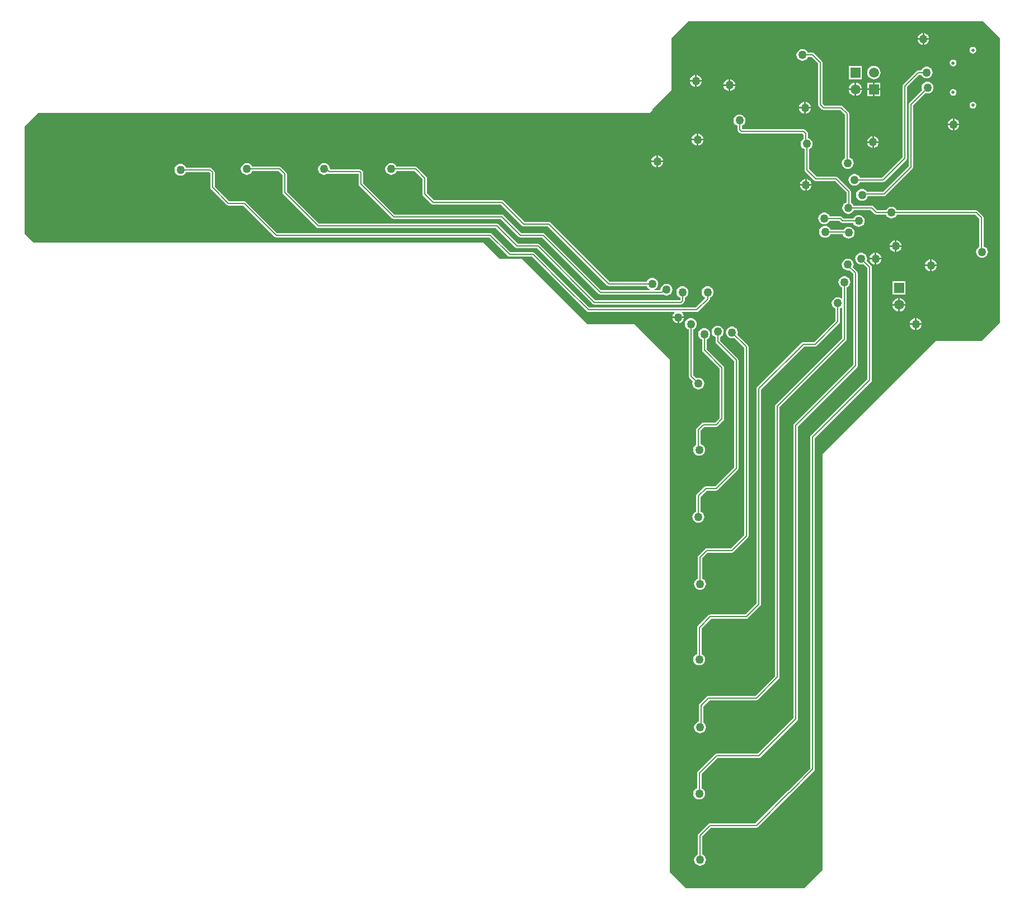
<source format=gbl>
G04*
G04 #@! TF.GenerationSoftware,Altium Limited,Altium Designer,20.1.14 (287)*
G04*
G04 Layer_Physical_Order=2*
G04 Layer_Color=16711680*
%FSLAX44Y44*%
%MOMM*%
G71*
G04*
G04 #@! TF.SameCoordinates,B6D4B11B-705C-47F8-BF2D-E6778052D7CC*
G04*
G04*
G04 #@! TF.FilePolarity,Positive*
G04*
G01*
G75*
%ADD16C,0.1500*%
%ADD53C,0.5000*%
%ADD54R,1.5000X1.5000*%
%ADD55C,1.5000*%
%ADD56C,1.2700*%
G36*
X1751330Y1410970D02*
Y980440D01*
X1723390Y952500D01*
X1654810D01*
X1483360Y781050D01*
Y151130D01*
X1455420Y123190D01*
X1276350D01*
X1252220Y147320D01*
Y924560D01*
X1198880Y977900D01*
X1127760D01*
X1028700Y1076960D01*
X994410D01*
X970280Y1101090D01*
X289560D01*
X275590Y1115060D01*
Y1277620D01*
X295910Y1297940D01*
X1221740D01*
X1225550Y1301750D01*
Y1303020D01*
X1254760Y1332230D01*
Y1410970D01*
X1280160Y1436370D01*
X1725930D01*
X1751330Y1410970D01*
D02*
G37*
%LPC*%
G36*
X1637030Y1418499D02*
Y1410970D01*
X1644559D01*
X1644421Y1412021D01*
X1643525Y1414183D01*
X1642100Y1416040D01*
X1640243Y1417465D01*
X1638081Y1418361D01*
X1637030Y1418499D01*
D02*
G37*
G36*
X1634490D02*
X1633439Y1418361D01*
X1631277Y1417465D01*
X1629420Y1416040D01*
X1627995Y1414183D01*
X1627099Y1412021D01*
X1626960Y1410970D01*
X1634490D01*
Y1418499D01*
D02*
G37*
G36*
X1644559Y1408430D02*
X1637030D01*
Y1400901D01*
X1638081Y1401039D01*
X1640243Y1401935D01*
X1642100Y1403360D01*
X1643525Y1405217D01*
X1644421Y1407379D01*
X1644559Y1408430D01*
D02*
G37*
G36*
X1634490D02*
X1626960D01*
X1627099Y1407379D01*
X1627995Y1405217D01*
X1629420Y1403360D01*
X1631277Y1401935D01*
X1633439Y1401039D01*
X1634490Y1400901D01*
Y1408430D01*
D02*
G37*
G36*
X1710770Y1398019D02*
X1708804Y1397628D01*
X1707136Y1396514D01*
X1706022Y1394846D01*
X1705631Y1392880D01*
X1706022Y1390914D01*
X1707136Y1389246D01*
X1708804Y1388132D01*
X1710770Y1387741D01*
X1712737Y1388132D01*
X1714404Y1389246D01*
X1715518Y1390914D01*
X1715909Y1392880D01*
X1715518Y1394846D01*
X1714404Y1396514D01*
X1712737Y1397628D01*
X1710770Y1398019D01*
D02*
G37*
G36*
X1680770Y1378519D02*
X1678804Y1378127D01*
X1677136Y1377014D01*
X1676022Y1375347D01*
X1675631Y1373380D01*
X1676022Y1371414D01*
X1677136Y1369746D01*
X1678804Y1368632D01*
X1680770Y1368241D01*
X1682737Y1368632D01*
X1684404Y1369746D01*
X1685518Y1371414D01*
X1685909Y1373380D01*
X1685518Y1375347D01*
X1684404Y1377014D01*
X1682737Y1378127D01*
X1680770Y1378519D01*
D02*
G37*
G36*
X1640840Y1367867D02*
X1638519Y1367561D01*
X1636357Y1366665D01*
X1634500Y1365240D01*
X1633075Y1363383D01*
X1632607Y1362254D01*
X1628140D01*
X1626856Y1361999D01*
X1625768Y1361272D01*
X1605448Y1340952D01*
X1604721Y1339864D01*
X1604465Y1338580D01*
Y1230750D01*
X1573410Y1199695D01*
X1539853D01*
X1539385Y1200823D01*
X1537960Y1202680D01*
X1536103Y1204105D01*
X1533941Y1205001D01*
X1531620Y1205307D01*
X1529299Y1205001D01*
X1527137Y1204105D01*
X1525280Y1202680D01*
X1523855Y1200823D01*
X1522959Y1198661D01*
X1522653Y1196340D01*
X1522959Y1194019D01*
X1523855Y1191857D01*
X1525280Y1190000D01*
X1527137Y1188575D01*
X1529299Y1187679D01*
X1531620Y1187373D01*
X1533941Y1187679D01*
X1536103Y1188575D01*
X1537960Y1190000D01*
X1539385Y1191857D01*
X1539853Y1192986D01*
X1574800D01*
X1576084Y1193241D01*
X1577172Y1193968D01*
X1610192Y1226988D01*
X1610919Y1228076D01*
X1611174Y1229360D01*
Y1337191D01*
X1629530Y1355546D01*
X1632607D01*
X1633075Y1354417D01*
X1634500Y1352560D01*
X1636357Y1351135D01*
X1638519Y1350239D01*
X1640840Y1349933D01*
X1643161Y1350239D01*
X1645323Y1351135D01*
X1647180Y1352560D01*
X1648605Y1354417D01*
X1649501Y1356579D01*
X1649807Y1358900D01*
X1649501Y1361221D01*
X1648605Y1363383D01*
X1647180Y1365240D01*
X1645323Y1366665D01*
X1643161Y1367561D01*
X1640840Y1367867D01*
D02*
G37*
G36*
X1542930Y1368940D02*
X1522850D01*
Y1348860D01*
X1542930D01*
Y1368940D01*
D02*
G37*
G36*
X1560830Y1369027D02*
X1558209Y1368682D01*
X1555767Y1367670D01*
X1553669Y1366061D01*
X1552060Y1363963D01*
X1551048Y1361521D01*
X1550703Y1358900D01*
X1551048Y1356279D01*
X1552060Y1353837D01*
X1553669Y1351739D01*
X1555767Y1350130D01*
X1558209Y1349118D01*
X1560830Y1348773D01*
X1563451Y1349118D01*
X1565893Y1350130D01*
X1567991Y1351739D01*
X1569600Y1353837D01*
X1570612Y1356279D01*
X1570957Y1358900D01*
X1570612Y1361521D01*
X1569600Y1363963D01*
X1567991Y1366061D01*
X1565893Y1367670D01*
X1563451Y1368682D01*
X1560830Y1369027D01*
D02*
G37*
G36*
X1292860Y1355000D02*
Y1347470D01*
X1300390D01*
X1300251Y1348521D01*
X1299355Y1350683D01*
X1297930Y1352540D01*
X1296073Y1353965D01*
X1293911Y1354861D01*
X1292860Y1355000D01*
D02*
G37*
G36*
X1290320D02*
X1289269Y1354861D01*
X1287107Y1353965D01*
X1285250Y1352540D01*
X1283825Y1350683D01*
X1282929Y1348521D01*
X1282791Y1347470D01*
X1290320D01*
Y1355000D01*
D02*
G37*
G36*
X1343660Y1348649D02*
Y1341120D01*
X1351190D01*
X1351051Y1342171D01*
X1350155Y1344333D01*
X1348730Y1346190D01*
X1346873Y1347615D01*
X1344711Y1348511D01*
X1343660Y1348649D01*
D02*
G37*
G36*
X1341120D02*
X1340069Y1348511D01*
X1337907Y1347615D01*
X1336050Y1346190D01*
X1334625Y1344333D01*
X1333729Y1342171D01*
X1333591Y1341120D01*
X1341120D01*
Y1348649D01*
D02*
G37*
G36*
X1300390Y1344930D02*
X1292860D01*
Y1337401D01*
X1293911Y1337539D01*
X1296073Y1338435D01*
X1297930Y1339860D01*
X1299355Y1341717D01*
X1300251Y1343879D01*
X1300390Y1344930D01*
D02*
G37*
G36*
X1290320D02*
X1282791D01*
X1282929Y1343879D01*
X1283825Y1341717D01*
X1285250Y1339860D01*
X1287107Y1338435D01*
X1289269Y1337539D01*
X1290320Y1337401D01*
Y1344930D01*
D02*
G37*
G36*
X1570870Y1343540D02*
X1562100D01*
Y1334770D01*
X1570870D01*
Y1343540D01*
D02*
G37*
G36*
X1534160Y1343459D02*
Y1334770D01*
X1542849D01*
X1542672Y1336121D01*
X1541660Y1338563D01*
X1540051Y1340661D01*
X1537953Y1342270D01*
X1535511Y1343282D01*
X1534160Y1343459D01*
D02*
G37*
G36*
X1531620D02*
X1530269Y1343282D01*
X1527827Y1342270D01*
X1525729Y1340661D01*
X1524120Y1338563D01*
X1523108Y1336121D01*
X1522931Y1334770D01*
X1531620D01*
Y1343459D01*
D02*
G37*
G36*
X1559560Y1343540D02*
X1550790D01*
Y1334770D01*
X1559560D01*
Y1343540D01*
D02*
G37*
G36*
X1351190Y1338580D02*
X1343660D01*
Y1331051D01*
X1344711Y1331189D01*
X1346873Y1332085D01*
X1348730Y1333510D01*
X1350155Y1335367D01*
X1351051Y1337529D01*
X1351190Y1338580D01*
D02*
G37*
G36*
X1341120D02*
X1333591D01*
X1333729Y1337529D01*
X1334625Y1335367D01*
X1336050Y1333510D01*
X1337907Y1332085D01*
X1340069Y1331189D01*
X1341120Y1331051D01*
Y1338580D01*
D02*
G37*
G36*
X1642110Y1345007D02*
X1639789Y1344701D01*
X1637627Y1343805D01*
X1635770Y1342380D01*
X1634345Y1340523D01*
X1633449Y1338361D01*
X1633143Y1336040D01*
X1633449Y1333719D01*
X1633916Y1332590D01*
X1614338Y1313012D01*
X1613611Y1311924D01*
X1613356Y1310640D01*
Y1216779D01*
X1574680Y1178104D01*
X1550707D01*
X1549390Y1179820D01*
X1547533Y1181245D01*
X1545371Y1182141D01*
X1543050Y1182447D01*
X1540729Y1182141D01*
X1538567Y1181245D01*
X1536710Y1179820D01*
X1535285Y1177963D01*
X1534389Y1175801D01*
X1534083Y1173480D01*
X1534389Y1171159D01*
X1535285Y1168997D01*
X1536710Y1167140D01*
X1538567Y1165715D01*
X1540729Y1164819D01*
X1543050Y1164513D01*
X1545371Y1164819D01*
X1547533Y1165715D01*
X1549390Y1167140D01*
X1550815Y1168997D01*
X1551711Y1171159D01*
X1551742Y1171395D01*
X1576070D01*
X1577354Y1171651D01*
X1578442Y1172378D01*
X1619082Y1213018D01*
X1619809Y1214106D01*
X1620065Y1215390D01*
Y1309250D01*
X1638660Y1327846D01*
X1639789Y1327379D01*
X1642110Y1327073D01*
X1644431Y1327379D01*
X1646593Y1328275D01*
X1648450Y1329700D01*
X1649875Y1331557D01*
X1650771Y1333719D01*
X1651077Y1336040D01*
X1650771Y1338361D01*
X1649875Y1340523D01*
X1648450Y1342380D01*
X1646593Y1343805D01*
X1644431Y1344701D01*
X1642110Y1345007D01*
D02*
G37*
G36*
X1680770Y1334019D02*
X1678804Y1333628D01*
X1677136Y1332514D01*
X1676022Y1330847D01*
X1675631Y1328880D01*
X1676022Y1326913D01*
X1677136Y1325246D01*
X1678804Y1324132D01*
X1680770Y1323741D01*
X1682737Y1324132D01*
X1684404Y1325246D01*
X1685518Y1326913D01*
X1685909Y1328880D01*
X1685518Y1330847D01*
X1684404Y1332514D01*
X1682737Y1333628D01*
X1680770Y1334019D01*
D02*
G37*
G36*
X1542849Y1332230D02*
X1534160D01*
Y1323541D01*
X1535511Y1323718D01*
X1537953Y1324730D01*
X1540051Y1326339D01*
X1541660Y1328437D01*
X1542672Y1330879D01*
X1542849Y1332230D01*
D02*
G37*
G36*
X1531620D02*
X1522931D01*
X1523108Y1330879D01*
X1524120Y1328437D01*
X1525729Y1326339D01*
X1527827Y1324730D01*
X1530269Y1323718D01*
X1531620Y1323541D01*
Y1332230D01*
D02*
G37*
G36*
X1570870D02*
X1562100D01*
Y1323460D01*
X1570870D01*
Y1332230D01*
D02*
G37*
G36*
X1559560D02*
X1550790D01*
Y1323460D01*
X1559560D01*
Y1332230D01*
D02*
G37*
G36*
X1457960Y1314359D02*
Y1306830D01*
X1465490D01*
X1465351Y1307881D01*
X1464455Y1310043D01*
X1463030Y1311900D01*
X1461173Y1313325D01*
X1459011Y1314221D01*
X1457960Y1314359D01*
D02*
G37*
G36*
X1455420D02*
X1454369Y1314221D01*
X1452207Y1313325D01*
X1450350Y1311900D01*
X1448925Y1310043D01*
X1448029Y1307881D01*
X1447890Y1306830D01*
X1455420D01*
Y1314359D01*
D02*
G37*
G36*
X1710770Y1314519D02*
X1708804Y1314128D01*
X1707136Y1313014D01*
X1706022Y1311346D01*
X1705631Y1309380D01*
X1706022Y1307413D01*
X1707136Y1305746D01*
X1708804Y1304632D01*
X1710770Y1304241D01*
X1712737Y1304632D01*
X1714404Y1305746D01*
X1715518Y1307413D01*
X1715909Y1309380D01*
X1715518Y1311346D01*
X1714404Y1313014D01*
X1712737Y1314128D01*
X1710770Y1314519D01*
D02*
G37*
G36*
X1465490Y1304290D02*
X1457960D01*
Y1296761D01*
X1459011Y1296899D01*
X1461173Y1297795D01*
X1463030Y1299220D01*
X1464455Y1301077D01*
X1465351Y1303239D01*
X1465490Y1304290D01*
D02*
G37*
G36*
X1455420D02*
X1447890D01*
X1448029Y1303239D01*
X1448925Y1301077D01*
X1450350Y1299220D01*
X1452207Y1297795D01*
X1454369Y1296899D01*
X1455420Y1296761D01*
Y1304290D01*
D02*
G37*
G36*
X1682750Y1288960D02*
Y1281430D01*
X1690280D01*
X1690141Y1282481D01*
X1689245Y1284643D01*
X1687820Y1286500D01*
X1685963Y1287925D01*
X1683801Y1288821D01*
X1682750Y1288960D01*
D02*
G37*
G36*
X1680210D02*
X1679159Y1288821D01*
X1676997Y1287925D01*
X1675140Y1286500D01*
X1673715Y1284643D01*
X1672819Y1282481D01*
X1672681Y1281430D01*
X1680210D01*
Y1288960D01*
D02*
G37*
G36*
X1690280Y1278890D02*
X1682750D01*
Y1271360D01*
X1683801Y1271499D01*
X1685963Y1272395D01*
X1687820Y1273820D01*
X1689245Y1275677D01*
X1690141Y1277839D01*
X1690280Y1278890D01*
D02*
G37*
G36*
X1680210D02*
X1672681D01*
X1672819Y1277839D01*
X1673715Y1275677D01*
X1675140Y1273820D01*
X1676997Y1272395D01*
X1679159Y1271499D01*
X1680210Y1271360D01*
Y1278890D01*
D02*
G37*
G36*
X1295400Y1266099D02*
Y1258570D01*
X1302930D01*
X1302791Y1259621D01*
X1301895Y1261783D01*
X1300470Y1263640D01*
X1298613Y1265065D01*
X1296451Y1265961D01*
X1295400Y1266099D01*
D02*
G37*
G36*
X1292860D02*
X1291809Y1265961D01*
X1289647Y1265065D01*
X1287790Y1263640D01*
X1286365Y1261783D01*
X1285469Y1259621D01*
X1285331Y1258570D01*
X1292860D01*
Y1266099D01*
D02*
G37*
G36*
X1560830Y1262290D02*
Y1254760D01*
X1568360D01*
X1568221Y1255811D01*
X1567325Y1257973D01*
X1565900Y1259830D01*
X1564043Y1261255D01*
X1561881Y1262151D01*
X1560830Y1262290D01*
D02*
G37*
G36*
X1558290D02*
X1557239Y1262151D01*
X1555077Y1261255D01*
X1553220Y1259830D01*
X1551795Y1257973D01*
X1550899Y1255811D01*
X1550760Y1254760D01*
X1558290D01*
Y1262290D01*
D02*
G37*
G36*
X1302930Y1256030D02*
X1295400D01*
Y1248501D01*
X1296451Y1248639D01*
X1298613Y1249535D01*
X1300470Y1250960D01*
X1301895Y1252817D01*
X1302791Y1254979D01*
X1302930Y1256030D01*
D02*
G37*
G36*
X1292860D02*
X1285331D01*
X1285469Y1254979D01*
X1286365Y1252817D01*
X1287790Y1250960D01*
X1289647Y1249535D01*
X1291809Y1248639D01*
X1292860Y1248501D01*
Y1256030D01*
D02*
G37*
G36*
X1568360Y1252220D02*
X1560830D01*
Y1244690D01*
X1561881Y1244829D01*
X1564043Y1245725D01*
X1565900Y1247150D01*
X1567325Y1249007D01*
X1568221Y1251169D01*
X1568360Y1252220D01*
D02*
G37*
G36*
X1558290D02*
X1550760D01*
X1550899Y1251169D01*
X1551795Y1249007D01*
X1553220Y1247150D01*
X1555077Y1245725D01*
X1557239Y1244829D01*
X1558290Y1244690D01*
Y1252220D01*
D02*
G37*
G36*
X1234440Y1233080D02*
Y1225550D01*
X1241970D01*
X1241831Y1226601D01*
X1240935Y1228763D01*
X1239510Y1230620D01*
X1237653Y1232045D01*
X1235491Y1232941D01*
X1234440Y1233080D01*
D02*
G37*
G36*
X1231900D02*
X1230849Y1232941D01*
X1228687Y1232045D01*
X1226830Y1230620D01*
X1225405Y1228763D01*
X1224509Y1226601D01*
X1224370Y1225550D01*
X1231900D01*
Y1233080D01*
D02*
G37*
G36*
X1241970Y1223010D02*
X1234440D01*
Y1215480D01*
X1235491Y1215619D01*
X1237653Y1216515D01*
X1239510Y1217940D01*
X1240935Y1219797D01*
X1241831Y1221959D01*
X1241970Y1223010D01*
D02*
G37*
G36*
X1231900D02*
X1224370D01*
X1224509Y1221959D01*
X1225405Y1219797D01*
X1226830Y1217940D01*
X1228687Y1216515D01*
X1230849Y1215619D01*
X1231900Y1215480D01*
Y1223010D01*
D02*
G37*
G36*
X1452880Y1394537D02*
X1450559Y1394231D01*
X1448397Y1393335D01*
X1446540Y1391910D01*
X1445115Y1390053D01*
X1444219Y1387891D01*
X1443913Y1385570D01*
X1444219Y1383249D01*
X1445115Y1381087D01*
X1446540Y1379230D01*
X1448397Y1377805D01*
X1450559Y1376909D01*
X1452880Y1376603D01*
X1455201Y1376909D01*
X1457363Y1377805D01*
X1459220Y1379230D01*
X1460645Y1381087D01*
X1461113Y1382216D01*
X1466730D01*
X1476196Y1372751D01*
Y1310640D01*
X1476451Y1309356D01*
X1477178Y1308268D01*
X1482258Y1303188D01*
X1483346Y1302461D01*
X1484630Y1302206D01*
X1509910D01*
X1516835Y1295280D01*
Y1229397D01*
X1515120Y1228080D01*
X1513695Y1226223D01*
X1512799Y1224061D01*
X1512493Y1221740D01*
X1512799Y1219419D01*
X1513695Y1217257D01*
X1515120Y1215400D01*
X1516977Y1213975D01*
X1519139Y1213079D01*
X1521460Y1212773D01*
X1523781Y1213079D01*
X1525943Y1213975D01*
X1527800Y1215400D01*
X1529225Y1217257D01*
X1530121Y1219419D01*
X1530427Y1221740D01*
X1530121Y1224061D01*
X1529225Y1226223D01*
X1527800Y1228080D01*
X1525943Y1229505D01*
X1523781Y1230401D01*
X1523544Y1230432D01*
Y1296670D01*
X1523289Y1297954D01*
X1522562Y1299042D01*
X1513672Y1307932D01*
X1512584Y1308659D01*
X1511300Y1308914D01*
X1486019D01*
X1482905Y1312030D01*
Y1374140D01*
X1482649Y1375424D01*
X1481922Y1376512D01*
X1470492Y1387942D01*
X1469404Y1388669D01*
X1468120Y1388925D01*
X1461113D01*
X1460645Y1390053D01*
X1459220Y1391910D01*
X1457363Y1393335D01*
X1455201Y1394231D01*
X1452880Y1394537D01*
D02*
G37*
G36*
X1459230Y1197520D02*
Y1189990D01*
X1466759D01*
X1466621Y1191041D01*
X1465725Y1193203D01*
X1464300Y1195060D01*
X1462443Y1196485D01*
X1460281Y1197381D01*
X1459230Y1197520D01*
D02*
G37*
G36*
X1456690D02*
X1455639Y1197381D01*
X1453477Y1196485D01*
X1451620Y1195060D01*
X1450195Y1193203D01*
X1449299Y1191041D01*
X1449160Y1189990D01*
X1456690D01*
Y1197520D01*
D02*
G37*
G36*
X1466759Y1187450D02*
X1459230D01*
Y1179921D01*
X1460281Y1180059D01*
X1462443Y1180955D01*
X1464300Y1182380D01*
X1465725Y1184237D01*
X1466621Y1186399D01*
X1466759Y1187450D01*
D02*
G37*
G36*
X1456690D02*
X1449160D01*
X1449299Y1186399D01*
X1450195Y1184237D01*
X1451620Y1182380D01*
X1453477Y1180955D01*
X1455639Y1180059D01*
X1456690Y1179921D01*
Y1187450D01*
D02*
G37*
G36*
X1485900Y1146887D02*
X1483579Y1146581D01*
X1481417Y1145685D01*
X1479560Y1144260D01*
X1478135Y1142403D01*
X1477239Y1140241D01*
X1476933Y1137920D01*
X1477239Y1135599D01*
X1478135Y1133437D01*
X1479560Y1131580D01*
X1481417Y1130155D01*
X1483579Y1129259D01*
X1485900Y1128953D01*
X1488221Y1129259D01*
X1490383Y1130155D01*
X1492240Y1131580D01*
X1493665Y1133437D01*
X1494133Y1134566D01*
X1508640D01*
X1511468Y1131738D01*
X1512556Y1131011D01*
X1513840Y1130755D01*
X1529737D01*
X1530205Y1129627D01*
X1531630Y1127770D01*
X1533487Y1126345D01*
X1535649Y1125449D01*
X1537970Y1125143D01*
X1540291Y1125449D01*
X1542453Y1126345D01*
X1544310Y1127770D01*
X1545735Y1129627D01*
X1546631Y1131789D01*
X1546937Y1134110D01*
X1546631Y1136431D01*
X1545735Y1138593D01*
X1544310Y1140450D01*
X1542453Y1141875D01*
X1540291Y1142771D01*
X1537970Y1143077D01*
X1535649Y1142771D01*
X1533487Y1141875D01*
X1531630Y1140450D01*
X1530205Y1138593D01*
X1529737Y1137465D01*
X1515229D01*
X1512402Y1140292D01*
X1511314Y1141019D01*
X1510030Y1141274D01*
X1494133D01*
X1493665Y1142403D01*
X1492240Y1144260D01*
X1490383Y1145685D01*
X1488221Y1146581D01*
X1485900Y1146887D01*
D02*
G37*
G36*
X1487170Y1126567D02*
X1484849Y1126261D01*
X1482687Y1125365D01*
X1480830Y1123940D01*
X1479405Y1122083D01*
X1478509Y1119921D01*
X1478203Y1117600D01*
X1478509Y1115279D01*
X1479405Y1113117D01*
X1480830Y1111260D01*
X1482687Y1109835D01*
X1484849Y1108939D01*
X1487170Y1108633D01*
X1489491Y1108939D01*
X1491653Y1109835D01*
X1493510Y1111260D01*
X1494935Y1113117D01*
X1495403Y1114246D01*
X1514038D01*
X1514069Y1114009D01*
X1514965Y1111847D01*
X1516390Y1109990D01*
X1518247Y1108565D01*
X1520409Y1107669D01*
X1522730Y1107363D01*
X1525051Y1107669D01*
X1527213Y1108565D01*
X1529070Y1109990D01*
X1530495Y1111847D01*
X1531391Y1114009D01*
X1531697Y1116330D01*
X1531391Y1118651D01*
X1530495Y1120813D01*
X1529070Y1122670D01*
X1527213Y1124095D01*
X1525051Y1124991D01*
X1522730Y1125297D01*
X1520409Y1124991D01*
X1518247Y1124095D01*
X1516390Y1122670D01*
X1515073Y1120955D01*
X1495403D01*
X1494935Y1122083D01*
X1493510Y1123940D01*
X1491653Y1125365D01*
X1489491Y1126261D01*
X1487170Y1126567D01*
D02*
G37*
G36*
X1595120Y1104809D02*
Y1097280D01*
X1602650D01*
X1602511Y1098331D01*
X1601615Y1100493D01*
X1600190Y1102350D01*
X1598333Y1103775D01*
X1596171Y1104671D01*
X1595120Y1104809D01*
D02*
G37*
G36*
X1592580D02*
X1591529Y1104671D01*
X1589367Y1103775D01*
X1587510Y1102350D01*
X1586085Y1100493D01*
X1585189Y1098331D01*
X1585051Y1097280D01*
X1592580D01*
Y1104809D01*
D02*
G37*
G36*
X1602650Y1094740D02*
X1595120D01*
Y1087210D01*
X1596171Y1087349D01*
X1598333Y1088245D01*
X1600190Y1089670D01*
X1601615Y1091527D01*
X1602511Y1093689D01*
X1602650Y1094740D01*
D02*
G37*
G36*
X1592580D02*
X1585051D01*
X1585189Y1093689D01*
X1586085Y1091527D01*
X1587510Y1089670D01*
X1589367Y1088245D01*
X1591529Y1087349D01*
X1592580Y1087210D01*
Y1094740D01*
D02*
G37*
G36*
X1564640Y1085760D02*
Y1078230D01*
X1572169D01*
X1572031Y1079281D01*
X1571135Y1081443D01*
X1569710Y1083300D01*
X1567853Y1084725D01*
X1565691Y1085621D01*
X1564640Y1085760D01*
D02*
G37*
G36*
X1562100D02*
X1561049Y1085621D01*
X1558887Y1084725D01*
X1557030Y1083300D01*
X1555605Y1081443D01*
X1554709Y1079281D01*
X1554570Y1078230D01*
X1562100D01*
Y1085760D01*
D02*
G37*
G36*
X1357630Y1295477D02*
X1355309Y1295171D01*
X1353147Y1294275D01*
X1351290Y1292850D01*
X1349865Y1290993D01*
X1348969Y1288831D01*
X1348663Y1286510D01*
X1348969Y1284189D01*
X1349865Y1282027D01*
X1351290Y1280170D01*
X1353147Y1278745D01*
X1354276Y1278277D01*
Y1272540D01*
X1354531Y1271256D01*
X1355258Y1270168D01*
X1357798Y1267628D01*
X1358886Y1266901D01*
X1360170Y1266646D01*
X1452760D01*
X1454606Y1264800D01*
Y1258607D01*
X1452890Y1257290D01*
X1451465Y1255433D01*
X1450569Y1253271D01*
X1450263Y1250950D01*
X1450569Y1248629D01*
X1451465Y1246467D01*
X1452890Y1244610D01*
X1454747Y1243185D01*
X1455876Y1242717D01*
Y1211580D01*
X1456131Y1210296D01*
X1456858Y1209208D01*
X1470828Y1195238D01*
X1471916Y1194511D01*
X1473200Y1194256D01*
X1502290D01*
X1519375Y1177170D01*
Y1162291D01*
X1517612Y1161560D01*
X1515755Y1160135D01*
X1514330Y1158278D01*
X1513434Y1156116D01*
X1513128Y1153795D01*
X1513434Y1151474D01*
X1514330Y1149312D01*
X1515755Y1147455D01*
X1517612Y1146030D01*
X1519774Y1145134D01*
X1522095Y1144828D01*
X1524416Y1145134D01*
X1526578Y1146030D01*
X1528435Y1147455D01*
X1529860Y1149312D01*
X1530328Y1150441D01*
X1556266D01*
X1562268Y1144438D01*
X1563356Y1143711D01*
X1564640Y1143456D01*
X1579267D01*
X1579735Y1142327D01*
X1581160Y1140470D01*
X1583017Y1139045D01*
X1585179Y1138149D01*
X1587500Y1137843D01*
X1589821Y1138149D01*
X1591983Y1139045D01*
X1593840Y1140470D01*
X1595265Y1142327D01*
X1595733Y1143456D01*
X1714380D01*
X1720036Y1137801D01*
Y1094777D01*
X1718320Y1093460D01*
X1716895Y1091603D01*
X1715999Y1089441D01*
X1715693Y1087120D01*
X1715999Y1084799D01*
X1716895Y1082637D01*
X1718320Y1080780D01*
X1720177Y1079355D01*
X1722339Y1078459D01*
X1724660Y1078153D01*
X1726981Y1078459D01*
X1729143Y1079355D01*
X1731000Y1080780D01*
X1732425Y1082637D01*
X1733321Y1084799D01*
X1733627Y1087120D01*
X1733321Y1089441D01*
X1732425Y1091603D01*
X1731000Y1093460D01*
X1729143Y1094885D01*
X1726981Y1095781D01*
X1726745Y1095812D01*
Y1139190D01*
X1726489Y1140474D01*
X1725762Y1141562D01*
X1718142Y1149182D01*
X1717054Y1149909D01*
X1715770Y1150164D01*
X1595733D01*
X1595265Y1151293D01*
X1593840Y1153150D01*
X1591983Y1154575D01*
X1589821Y1155471D01*
X1587500Y1155777D01*
X1585179Y1155471D01*
X1583017Y1154575D01*
X1581160Y1153150D01*
X1579735Y1151293D01*
X1579267Y1150164D01*
X1566030D01*
X1560027Y1156167D01*
X1558939Y1156894D01*
X1557655Y1157150D01*
X1530328D01*
X1529860Y1158278D01*
X1528435Y1160135D01*
X1526578Y1161560D01*
X1526084Y1161765D01*
Y1178560D01*
X1525829Y1179844D01*
X1525102Y1180932D01*
X1506052Y1199982D01*
X1504964Y1200709D01*
X1503680Y1200965D01*
X1474590D01*
X1462585Y1212970D01*
Y1242717D01*
X1463713Y1243185D01*
X1465570Y1244610D01*
X1466995Y1246467D01*
X1467891Y1248629D01*
X1468197Y1250950D01*
X1467891Y1253271D01*
X1466995Y1255433D01*
X1465570Y1257290D01*
X1463713Y1258715D01*
X1461551Y1259611D01*
X1461315Y1259642D01*
Y1266190D01*
X1461059Y1267474D01*
X1460332Y1268562D01*
X1456522Y1272372D01*
X1455434Y1273099D01*
X1454150Y1273354D01*
X1361559D01*
X1360984Y1273930D01*
Y1278277D01*
X1362113Y1278745D01*
X1363970Y1280170D01*
X1365395Y1282027D01*
X1366291Y1284189D01*
X1366597Y1286510D01*
X1366291Y1288831D01*
X1365395Y1290993D01*
X1363970Y1292850D01*
X1362113Y1294275D01*
X1359951Y1295171D01*
X1357630Y1295477D01*
D02*
G37*
G36*
X1572169Y1075690D02*
X1564640D01*
Y1068160D01*
X1565691Y1068299D01*
X1567853Y1069195D01*
X1569710Y1070620D01*
X1571135Y1072477D01*
X1572031Y1074639D01*
X1572169Y1075690D01*
D02*
G37*
G36*
X1562100D02*
X1554570D01*
X1554709Y1074639D01*
X1555605Y1072477D01*
X1557030Y1070620D01*
X1558887Y1069195D01*
X1561049Y1068299D01*
X1562100Y1068160D01*
Y1075690D01*
D02*
G37*
G36*
X1648460Y1075600D02*
Y1068070D01*
X1655990D01*
X1655851Y1069121D01*
X1654955Y1071283D01*
X1653530Y1073140D01*
X1651673Y1074565D01*
X1649511Y1075461D01*
X1648460Y1075600D01*
D02*
G37*
G36*
X1645920D02*
X1644869Y1075461D01*
X1642707Y1074565D01*
X1640850Y1073140D01*
X1639425Y1071283D01*
X1638529Y1069121D01*
X1638391Y1068070D01*
X1645920D01*
Y1075600D01*
D02*
G37*
G36*
X1655990Y1065530D02*
X1648460D01*
Y1058000D01*
X1649511Y1058139D01*
X1651673Y1059035D01*
X1653530Y1060460D01*
X1654955Y1062317D01*
X1655851Y1064479D01*
X1655990Y1065530D01*
D02*
G37*
G36*
X1645920D02*
X1638391D01*
X1638529Y1064479D01*
X1639425Y1062317D01*
X1640850Y1060460D01*
X1642707Y1059035D01*
X1644869Y1058139D01*
X1645920Y1058000D01*
Y1065530D01*
D02*
G37*
G36*
X830580Y1221817D02*
X828259Y1221511D01*
X826097Y1220615D01*
X824240Y1219190D01*
X822815Y1217333D01*
X821919Y1215171D01*
X821613Y1212850D01*
X821919Y1210529D01*
X822815Y1208367D01*
X824240Y1206510D01*
X826097Y1205085D01*
X828259Y1204189D01*
X830580Y1203883D01*
X832901Y1204189D01*
X835063Y1205085D01*
X836920Y1206510D01*
X838345Y1208367D01*
X838813Y1209495D01*
X866021D01*
X878026Y1197490D01*
Y1174750D01*
X878281Y1173466D01*
X879008Y1172378D01*
X891708Y1159678D01*
X892796Y1158951D01*
X894080Y1158696D01*
X996831D01*
X1028868Y1126658D01*
X1029956Y1125931D01*
X1031240Y1125676D01*
X1067951D01*
X1157138Y1036488D01*
X1158226Y1035761D01*
X1159510Y1035506D01*
X1217317D01*
X1217785Y1034377D01*
X1219210Y1032520D01*
X1221067Y1031095D01*
X1221815Y1030785D01*
X1221563Y1029514D01*
X1148199D01*
X1062822Y1114892D01*
X1061734Y1115619D01*
X1060450Y1115874D01*
X1027550D01*
X1000592Y1142832D01*
X999504Y1143559D01*
X998220Y1143814D01*
X835779D01*
X788214Y1191379D01*
Y1206891D01*
X787959Y1208175D01*
X787232Y1209263D01*
X785538Y1210958D01*
X784449Y1211685D01*
X783166Y1211940D01*
X738745D01*
X737947Y1212850D01*
X737641Y1215171D01*
X736745Y1217333D01*
X735320Y1219190D01*
X733463Y1220615D01*
X731301Y1221511D01*
X728980Y1221817D01*
X726659Y1221511D01*
X724497Y1220615D01*
X722640Y1219190D01*
X721215Y1217333D01*
X720319Y1215171D01*
X720013Y1212850D01*
X720319Y1210529D01*
X721215Y1208367D01*
X722640Y1206510D01*
X724497Y1205085D01*
X726659Y1204189D01*
X728980Y1203883D01*
X731301Y1204189D01*
X733463Y1205085D01*
X734455Y1205845D01*
X734991Y1205487D01*
X736275Y1205231D01*
X781506D01*
Y1189990D01*
X781761Y1188706D01*
X782488Y1187618D01*
X832018Y1138088D01*
X833106Y1137361D01*
X834390Y1137105D01*
X996831D01*
X1023788Y1110148D01*
X1024876Y1109421D01*
X1026160Y1109165D01*
X1059061D01*
X1144438Y1023788D01*
X1145526Y1023061D01*
X1146810Y1022805D01*
X1240661D01*
X1241624Y1022997D01*
X1242657Y1022205D01*
X1244819Y1021309D01*
X1247140Y1021003D01*
X1249461Y1021309D01*
X1251623Y1022205D01*
X1253480Y1023630D01*
X1254905Y1025487D01*
X1255801Y1027649D01*
X1256107Y1029970D01*
X1255801Y1032291D01*
X1254905Y1034453D01*
X1253480Y1036310D01*
X1251623Y1037735D01*
X1249461Y1038631D01*
X1247140Y1038937D01*
X1244819Y1038631D01*
X1242657Y1037735D01*
X1240800Y1036310D01*
X1239375Y1034453D01*
X1238479Y1032291D01*
X1238173Y1029970D01*
X1237774Y1029514D01*
X1229537D01*
X1229285Y1030785D01*
X1230033Y1031095D01*
X1231890Y1032520D01*
X1233315Y1034377D01*
X1234211Y1036539D01*
X1234517Y1038860D01*
X1234211Y1041181D01*
X1233315Y1043343D01*
X1231890Y1045200D01*
X1230033Y1046625D01*
X1227871Y1047521D01*
X1225550Y1047827D01*
X1223229Y1047521D01*
X1221067Y1046625D01*
X1219210Y1045200D01*
X1217785Y1043343D01*
X1217317Y1042215D01*
X1160900D01*
X1071712Y1131402D01*
X1070624Y1132129D01*
X1069340Y1132384D01*
X1032629D01*
X1000592Y1164422D01*
X999504Y1165149D01*
X998220Y1165405D01*
X895470D01*
X884734Y1176140D01*
Y1198880D01*
X884479Y1200164D01*
X883752Y1201252D01*
X869782Y1215222D01*
X868694Y1215949D01*
X867410Y1216205D01*
X838813D01*
X838345Y1217333D01*
X836920Y1219190D01*
X835063Y1220615D01*
X832901Y1221511D01*
X830580Y1221817D01*
D02*
G37*
G36*
X1608970Y1042550D02*
X1588890D01*
Y1022470D01*
X1608970D01*
Y1042550D01*
D02*
G37*
G36*
X1516380Y1050367D02*
X1514059Y1050061D01*
X1511897Y1049165D01*
X1510040Y1047740D01*
X1508615Y1045883D01*
X1507719Y1043721D01*
X1507413Y1041400D01*
X1507719Y1039079D01*
X1508615Y1036917D01*
X1510040Y1035060D01*
X1511897Y1033635D01*
X1513026Y1033167D01*
Y1017234D01*
X1511756Y1016608D01*
X1510703Y1017415D01*
X1508541Y1018311D01*
X1506220Y1018617D01*
X1503899Y1018311D01*
X1501737Y1017415D01*
X1499880Y1015990D01*
X1498455Y1014133D01*
X1497559Y1011971D01*
X1497253Y1009650D01*
X1497559Y1007329D01*
X1498455Y1005167D01*
X1499880Y1003310D01*
X1501737Y1001885D01*
X1502865Y1001417D01*
Y983100D01*
X1470540Y950775D01*
X1454150D01*
X1452866Y950519D01*
X1451778Y949792D01*
X1384468Y882482D01*
X1383741Y881394D01*
X1383486Y880110D01*
Y555109D01*
X1366400Y538024D01*
X1313180D01*
X1311896Y537769D01*
X1310808Y537042D01*
X1294298Y520532D01*
X1293571Y519444D01*
X1293315Y518160D01*
Y478133D01*
X1292187Y477665D01*
X1290330Y476240D01*
X1288905Y474383D01*
X1288009Y472221D01*
X1287703Y469900D01*
X1288009Y467579D01*
X1288905Y465417D01*
X1290330Y463560D01*
X1292187Y462135D01*
X1294349Y461239D01*
X1296670Y460933D01*
X1298991Y461239D01*
X1301153Y462135D01*
X1303010Y463560D01*
X1304435Y465417D01*
X1305331Y467579D01*
X1305637Y469900D01*
X1305331Y472221D01*
X1304435Y474383D01*
X1303010Y476240D01*
X1301153Y477665D01*
X1300025Y478133D01*
Y516771D01*
X1314570Y531315D01*
X1367790D01*
X1369074Y531571D01*
X1370162Y532298D01*
X1389212Y551348D01*
X1389939Y552436D01*
X1390195Y553720D01*
Y878720D01*
X1455540Y944065D01*
X1471930D01*
X1473214Y944321D01*
X1474302Y945048D01*
X1508592Y979338D01*
X1509319Y980426D01*
X1509574Y981710D01*
Y1001417D01*
X1510703Y1001885D01*
X1511756Y1002692D01*
X1513026Y1002066D01*
Y956430D01*
X1412408Y855812D01*
X1411681Y854724D01*
X1411425Y853440D01*
Y444619D01*
X1381640Y414835D01*
X1310640D01*
X1309356Y414579D01*
X1308268Y413852D01*
X1296838Y402422D01*
X1296111Y401334D01*
X1295856Y400050D01*
Y375722D01*
X1295619Y375691D01*
X1293457Y374795D01*
X1291600Y373370D01*
X1290175Y371513D01*
X1289279Y369351D01*
X1288973Y367030D01*
X1289279Y364709D01*
X1290175Y362547D01*
X1291600Y360690D01*
X1293457Y359265D01*
X1295619Y358369D01*
X1297940Y358063D01*
X1300261Y358369D01*
X1302423Y359265D01*
X1304280Y360690D01*
X1305705Y362547D01*
X1306601Y364709D01*
X1306907Y367030D01*
X1306601Y369351D01*
X1305705Y371513D01*
X1304280Y373370D01*
X1302565Y374687D01*
Y398661D01*
X1312030Y408125D01*
X1383030D01*
X1384314Y408381D01*
X1385402Y409108D01*
X1417152Y440858D01*
X1417879Y441946D01*
X1418134Y443230D01*
Y852050D01*
X1518752Y952668D01*
X1519479Y953756D01*
X1519734Y955040D01*
Y1033167D01*
X1520863Y1033635D01*
X1522720Y1035060D01*
X1524145Y1036917D01*
X1525041Y1039079D01*
X1525347Y1041400D01*
X1525041Y1043721D01*
X1524145Y1045883D01*
X1522720Y1047740D01*
X1520863Y1049165D01*
X1518701Y1050061D01*
X1516380Y1050367D01*
D02*
G37*
G36*
X1600200Y1017069D02*
Y1008380D01*
X1608889D01*
X1608712Y1009731D01*
X1607700Y1012173D01*
X1606091Y1014271D01*
X1603993Y1015880D01*
X1601551Y1016892D01*
X1600200Y1017069D01*
D02*
G37*
G36*
X1597660D02*
X1596309Y1016892D01*
X1593867Y1015880D01*
X1591769Y1014271D01*
X1590160Y1012173D01*
X1589148Y1009731D01*
X1588971Y1008380D01*
X1597660D01*
Y1017069D01*
D02*
G37*
G36*
X612140Y1221817D02*
X609819Y1221511D01*
X607657Y1220615D01*
X605800Y1219190D01*
X604375Y1217333D01*
X603479Y1215171D01*
X603173Y1212850D01*
X603479Y1210529D01*
X604375Y1208367D01*
X605800Y1206510D01*
X607657Y1205085D01*
X609819Y1204189D01*
X612140Y1203883D01*
X614461Y1204189D01*
X616623Y1205085D01*
X618480Y1206510D01*
X619905Y1208367D01*
X620373Y1209495D01*
X660281D01*
X665936Y1203840D01*
Y1177290D01*
X666191Y1176006D01*
X666918Y1174918D01*
X717718Y1124118D01*
X718806Y1123391D01*
X720090Y1123136D01*
X989211D01*
X1018708Y1093638D01*
X1019796Y1092911D01*
X1021080Y1092655D01*
X1051441D01*
X1135548Y1008548D01*
X1136636Y1007821D01*
X1137920Y1007566D01*
X1268730D01*
X1270014Y1007821D01*
X1271102Y1008548D01*
X1273642Y1011088D01*
X1274369Y1012176D01*
X1274624Y1013460D01*
Y1017927D01*
X1275753Y1018395D01*
X1277610Y1019820D01*
X1279035Y1021677D01*
X1279931Y1023839D01*
X1280237Y1026160D01*
X1279931Y1028481D01*
X1279035Y1030643D01*
X1277610Y1032500D01*
X1275753Y1033925D01*
X1273591Y1034821D01*
X1271270Y1035127D01*
X1268949Y1034821D01*
X1266787Y1033925D01*
X1264930Y1032500D01*
X1263505Y1030643D01*
X1262609Y1028481D01*
X1262303Y1026160D01*
X1262609Y1023839D01*
X1263505Y1021677D01*
X1264930Y1019820D01*
X1266787Y1018395D01*
X1267915Y1017927D01*
Y1014849D01*
X1267340Y1014275D01*
X1139309D01*
X1055202Y1098382D01*
X1054114Y1099109D01*
X1052830Y1099364D01*
X1022469D01*
X992972Y1128862D01*
X991884Y1129589D01*
X990600Y1129845D01*
X721479D01*
X672645Y1178680D01*
Y1205230D01*
X672389Y1206514D01*
X671662Y1207602D01*
X664042Y1215222D01*
X662954Y1215949D01*
X661670Y1216205D01*
X620373D01*
X619905Y1217333D01*
X618480Y1219190D01*
X616623Y1220615D01*
X614461Y1221511D01*
X612140Y1221817D01*
D02*
G37*
G36*
X1608889Y1005840D02*
X1600200D01*
Y997151D01*
X1601551Y997328D01*
X1603993Y998340D01*
X1606091Y999949D01*
X1607700Y1002047D01*
X1608712Y1004489D01*
X1608889Y1005840D01*
D02*
G37*
G36*
X1597660D02*
X1588971D01*
X1589148Y1004489D01*
X1590160Y1002047D01*
X1591769Y999949D01*
X1593867Y998340D01*
X1596309Y997328D01*
X1597660Y997151D01*
Y1005840D01*
D02*
G37*
G36*
X511810Y1220547D02*
X509489Y1220241D01*
X507327Y1219345D01*
X505470Y1217920D01*
X504045Y1216063D01*
X503149Y1213901D01*
X502843Y1211580D01*
X503149Y1209259D01*
X504045Y1207097D01*
X505470Y1205240D01*
X507327Y1203815D01*
X509489Y1202919D01*
X511810Y1202613D01*
X514131Y1202919D01*
X516293Y1203815D01*
X518150Y1205240D01*
X519575Y1207097D01*
X520043Y1208225D01*
X554870D01*
X556716Y1206380D01*
Y1184910D01*
X556971Y1183626D01*
X557698Y1182538D01*
X581828Y1158408D01*
X582916Y1157681D01*
X584200Y1157426D01*
X606940D01*
X654218Y1110148D01*
X655306Y1109421D01*
X656590Y1109165D01*
X979051D01*
X1007278Y1080938D01*
X1008366Y1080211D01*
X1009650Y1079956D01*
X1043821D01*
X1091733Y1032043D01*
X1091733Y1032043D01*
X1126658Y997118D01*
X1127746Y996391D01*
X1129030Y996135D01*
X1258755D01*
X1259186Y994865D01*
X1258580Y994400D01*
X1257155Y992543D01*
X1256259Y990381D01*
X1256121Y989330D01*
X1273719D01*
X1273581Y990381D01*
X1272685Y992543D01*
X1271260Y994400D01*
X1270654Y994865D01*
X1271085Y996135D01*
X1292860D01*
X1294144Y996391D01*
X1295232Y997118D01*
X1311742Y1013628D01*
X1312469Y1014716D01*
X1312724Y1016000D01*
Y1017927D01*
X1313853Y1018395D01*
X1315710Y1019820D01*
X1317135Y1021677D01*
X1318031Y1023839D01*
X1318337Y1026160D01*
X1318031Y1028481D01*
X1317135Y1030643D01*
X1315710Y1032500D01*
X1313853Y1033925D01*
X1311691Y1034821D01*
X1309370Y1035127D01*
X1307049Y1034821D01*
X1304887Y1033925D01*
X1303030Y1032500D01*
X1301605Y1030643D01*
X1300709Y1028481D01*
X1300403Y1026160D01*
X1300709Y1023839D01*
X1301605Y1021677D01*
X1303030Y1019820D01*
X1304887Y1018395D01*
X1305131Y1018293D01*
X1305424Y1016797D01*
X1291470Y1002844D01*
X1130419D01*
X1096477Y1036787D01*
X1096477Y1036787D01*
X1047582Y1085682D01*
X1046494Y1086409D01*
X1045210Y1086665D01*
X1011040D01*
X982812Y1114892D01*
X981724Y1115619D01*
X980440Y1115874D01*
X657980D01*
X610702Y1163152D01*
X609614Y1163879D01*
X608330Y1164135D01*
X585589D01*
X563424Y1186300D01*
Y1207770D01*
X563169Y1209054D01*
X562442Y1210142D01*
X558632Y1213952D01*
X557544Y1214679D01*
X556260Y1214934D01*
X520043D01*
X519575Y1216063D01*
X518150Y1217920D01*
X516293Y1219345D01*
X514131Y1220241D01*
X511810Y1220547D01*
D02*
G37*
G36*
X1273719Y986790D02*
X1266190D01*
Y979260D01*
X1267241Y979399D01*
X1269403Y980295D01*
X1271260Y981720D01*
X1272685Y983577D01*
X1273581Y985739D01*
X1273719Y986790D01*
D02*
G37*
G36*
X1263650D02*
X1256121D01*
X1256259Y985739D01*
X1257155Y983577D01*
X1258580Y981720D01*
X1260437Y980295D01*
X1262599Y979399D01*
X1263650Y979260D01*
Y986790D01*
D02*
G37*
G36*
X1625600Y986700D02*
Y979170D01*
X1633129D01*
X1632991Y980221D01*
X1632095Y982383D01*
X1630670Y984240D01*
X1628813Y985665D01*
X1626651Y986561D01*
X1625600Y986700D01*
D02*
G37*
G36*
X1623060D02*
X1622009Y986561D01*
X1619847Y985665D01*
X1617990Y984240D01*
X1616565Y982383D01*
X1615669Y980221D01*
X1615531Y979170D01*
X1623060D01*
Y986700D01*
D02*
G37*
G36*
X1633129Y976630D02*
X1625600D01*
Y969100D01*
X1626651Y969239D01*
X1628813Y970135D01*
X1630670Y971560D01*
X1632095Y973417D01*
X1632991Y975579D01*
X1633129Y976630D01*
D02*
G37*
G36*
X1623060D02*
X1615531D01*
X1615669Y975579D01*
X1616565Y973417D01*
X1617990Y971560D01*
X1619847Y970135D01*
X1622009Y969239D01*
X1623060Y969100D01*
Y976630D01*
D02*
G37*
G36*
X1283970Y986867D02*
X1281649Y986561D01*
X1279487Y985665D01*
X1277630Y984240D01*
X1276205Y982383D01*
X1275309Y980221D01*
X1275003Y977900D01*
X1275309Y975579D01*
X1276205Y973417D01*
X1277630Y971560D01*
X1279487Y970135D01*
X1280616Y969667D01*
Y899160D01*
X1280871Y897876D01*
X1281598Y896788D01*
X1287206Y891180D01*
X1286739Y890051D01*
X1286433Y887730D01*
X1286739Y885409D01*
X1287635Y883247D01*
X1289060Y881390D01*
X1290917Y879965D01*
X1293079Y879069D01*
X1295400Y878763D01*
X1297721Y879069D01*
X1299883Y879965D01*
X1301740Y881390D01*
X1303165Y883247D01*
X1304061Y885409D01*
X1304367Y887730D01*
X1304061Y890051D01*
X1303165Y892213D01*
X1301740Y894070D01*
X1299883Y895495D01*
X1297721Y896391D01*
X1295400Y896697D01*
X1293079Y896391D01*
X1291950Y895924D01*
X1287325Y900549D01*
Y969667D01*
X1288453Y970135D01*
X1290310Y971560D01*
X1291735Y973417D01*
X1292631Y975579D01*
X1292937Y977900D01*
X1292631Y980221D01*
X1291735Y982383D01*
X1290310Y984240D01*
X1288453Y985665D01*
X1286291Y986561D01*
X1283970Y986867D01*
D02*
G37*
G36*
X1304290Y971627D02*
X1301969Y971321D01*
X1299807Y970425D01*
X1297950Y969000D01*
X1296525Y967143D01*
X1295629Y964981D01*
X1295323Y962660D01*
X1295629Y960339D01*
X1296525Y958177D01*
X1297950Y956320D01*
X1299807Y954895D01*
X1300936Y954427D01*
Y938530D01*
X1301191Y937246D01*
X1301918Y936158D01*
X1327605Y910471D01*
Y835779D01*
X1320681Y828855D01*
X1303020D01*
X1301736Y828599D01*
X1300648Y827872D01*
X1293028Y820252D01*
X1292301Y819164D01*
X1292045Y817880D01*
Y795057D01*
X1290330Y793740D01*
X1288905Y791883D01*
X1288009Y789721D01*
X1287703Y787400D01*
X1288009Y785079D01*
X1288905Y782917D01*
X1290330Y781060D01*
X1292187Y779635D01*
X1294349Y778739D01*
X1296670Y778433D01*
X1298991Y778739D01*
X1301153Y779635D01*
X1303010Y781060D01*
X1304435Y782917D01*
X1305331Y785079D01*
X1305637Y787400D01*
X1305331Y789721D01*
X1304435Y791883D01*
X1303010Y793740D01*
X1301153Y795165D01*
X1298991Y796061D01*
X1298754Y796092D01*
Y816490D01*
X1304409Y822145D01*
X1322070D01*
X1323354Y822401D01*
X1324442Y823128D01*
X1333332Y832018D01*
X1334059Y833106D01*
X1334315Y834390D01*
Y911860D01*
X1334059Y913144D01*
X1333332Y914232D01*
X1307645Y939920D01*
Y954427D01*
X1308773Y954895D01*
X1310630Y956320D01*
X1312055Y958177D01*
X1312951Y960339D01*
X1313257Y962660D01*
X1312951Y964981D01*
X1312055Y967143D01*
X1310630Y969000D01*
X1308773Y970425D01*
X1306611Y971321D01*
X1304290Y971627D01*
D02*
G37*
G36*
X1324610Y975437D02*
X1322289Y975131D01*
X1320127Y974235D01*
X1318270Y972810D01*
X1316845Y970953D01*
X1315949Y968791D01*
X1315643Y966470D01*
X1315949Y964149D01*
X1316845Y961987D01*
X1318270Y960130D01*
X1320127Y958705D01*
X1321255Y958237D01*
Y951230D01*
X1321511Y949946D01*
X1322238Y948858D01*
X1349196Y921900D01*
Y760458D01*
X1321072Y732335D01*
X1306830D01*
X1305546Y732079D01*
X1304458Y731352D01*
X1293028Y719922D01*
X1292301Y718834D01*
X1292045Y717550D01*
Y694033D01*
X1290917Y693565D01*
X1289060Y692140D01*
X1287635Y690283D01*
X1286739Y688121D01*
X1286433Y685800D01*
X1286739Y683479D01*
X1287635Y681317D01*
X1289060Y679460D01*
X1290917Y678035D01*
X1293079Y677139D01*
X1295400Y676833D01*
X1297721Y677139D01*
X1299883Y678035D01*
X1301740Y679460D01*
X1303165Y681317D01*
X1304061Y683479D01*
X1304367Y685800D01*
X1304061Y688121D01*
X1303165Y690283D01*
X1301740Y692140D01*
X1299883Y693565D01*
X1298754Y694033D01*
Y716161D01*
X1308219Y725626D01*
X1322461D01*
X1323745Y725881D01*
X1324833Y726608D01*
X1354922Y756697D01*
X1355649Y757785D01*
X1355905Y759069D01*
Y923290D01*
X1355649Y924574D01*
X1354922Y925662D01*
X1327964Y952619D01*
Y958237D01*
X1329093Y958705D01*
X1330950Y960130D01*
X1332375Y961987D01*
X1333271Y964149D01*
X1333577Y966470D01*
X1333271Y968791D01*
X1332375Y970953D01*
X1330950Y972810D01*
X1329093Y974235D01*
X1326931Y975131D01*
X1324610Y975437D01*
D02*
G37*
G36*
X1346200Y974167D02*
X1343879Y973861D01*
X1341717Y972965D01*
X1339860Y971540D01*
X1338435Y969683D01*
X1337539Y967521D01*
X1337233Y965200D01*
X1337539Y962879D01*
X1338435Y960717D01*
X1339860Y958860D01*
X1341717Y957435D01*
X1343879Y956539D01*
X1346200Y956233D01*
X1348521Y956539D01*
X1349650Y957006D01*
X1364435Y942221D01*
Y657980D01*
X1344810Y638354D01*
X1308100D01*
X1306816Y638099D01*
X1305728Y637372D01*
X1295568Y627212D01*
X1294841Y626124D01*
X1294586Y624840D01*
Y592433D01*
X1293457Y591965D01*
X1291600Y590540D01*
X1290175Y588683D01*
X1289279Y586521D01*
X1288973Y584200D01*
X1289279Y581879D01*
X1290175Y579717D01*
X1291600Y577860D01*
X1293457Y576435D01*
X1295619Y575539D01*
X1297940Y575233D01*
X1300261Y575539D01*
X1302423Y576435D01*
X1304280Y577860D01*
X1305705Y579717D01*
X1306601Y581879D01*
X1306907Y584200D01*
X1306601Y586521D01*
X1305705Y588683D01*
X1304280Y590540D01*
X1302423Y591965D01*
X1301295Y592433D01*
Y623451D01*
X1309489Y631646D01*
X1346200D01*
X1347484Y631901D01*
X1348572Y632628D01*
X1370162Y654218D01*
X1370889Y655306D01*
X1371145Y656590D01*
Y943610D01*
X1370889Y944894D01*
X1370162Y945982D01*
X1354394Y961750D01*
X1354861Y962879D01*
X1355167Y965200D01*
X1354861Y967521D01*
X1353965Y969683D01*
X1352540Y971540D01*
X1350683Y972965D01*
X1348521Y973861D01*
X1346200Y974167D01*
D02*
G37*
G36*
X1521460Y1077037D02*
X1519139Y1076731D01*
X1516977Y1075835D01*
X1515120Y1074410D01*
X1513695Y1072553D01*
X1512799Y1070391D01*
X1512493Y1068070D01*
X1512799Y1065749D01*
X1513695Y1063587D01*
X1515120Y1061730D01*
X1516977Y1060305D01*
X1519139Y1059409D01*
X1521460Y1059103D01*
X1523781Y1059409D01*
X1524012Y1059504D01*
X1529536Y1053980D01*
Y916940D01*
X1529726Y915980D01*
X1440348Y826602D01*
X1439621Y825514D01*
X1439366Y824230D01*
Y381119D01*
X1385450Y327205D01*
X1322949D01*
X1321665Y326949D01*
X1320577Y326222D01*
X1294298Y299943D01*
X1293571Y298855D01*
X1293315Y297571D01*
Y274933D01*
X1292187Y274465D01*
X1290330Y273040D01*
X1288905Y271183D01*
X1288009Y269021D01*
X1287703Y266700D01*
X1288009Y264379D01*
X1288905Y262217D01*
X1290330Y260360D01*
X1292187Y258935D01*
X1294349Y258039D01*
X1296670Y257733D01*
X1298991Y258039D01*
X1301153Y258935D01*
X1303010Y260360D01*
X1304435Y262217D01*
X1305331Y264379D01*
X1305637Y266700D01*
X1305331Y269021D01*
X1304435Y271183D01*
X1303010Y273040D01*
X1301153Y274465D01*
X1300025Y274933D01*
Y296182D01*
X1324338Y320495D01*
X1386840D01*
X1388124Y320751D01*
X1389212Y321478D01*
X1445092Y377358D01*
X1445819Y378446D01*
X1446075Y379730D01*
Y822840D01*
X1535911Y912677D01*
X1536638Y913765D01*
X1536893Y915049D01*
Y916291D01*
X1536638Y917575D01*
X1536245Y918164D01*
Y1055370D01*
X1535989Y1056654D01*
X1535262Y1057742D01*
X1529282Y1063722D01*
X1530121Y1065749D01*
X1530427Y1068070D01*
X1530121Y1070391D01*
X1529225Y1072553D01*
X1527800Y1074410D01*
X1525943Y1075835D01*
X1523781Y1076731D01*
X1521460Y1077037D01*
D02*
G37*
G36*
X1541780Y1085927D02*
X1539459Y1085621D01*
X1537297Y1084725D01*
X1535440Y1083300D01*
X1534015Y1081443D01*
X1533119Y1079281D01*
X1532813Y1076960D01*
X1533119Y1074639D01*
X1534015Y1072477D01*
X1535440Y1070620D01*
X1537297Y1069195D01*
X1539459Y1068299D01*
X1541780Y1067993D01*
X1544101Y1068299D01*
X1545230Y1068766D01*
X1551125Y1062870D01*
Y894200D01*
X1465748Y808822D01*
X1465021Y807734D01*
X1464765Y806450D01*
Y304919D01*
X1431458Y271612D01*
X1430949Y270851D01*
X1430188Y270342D01*
X1381640Y221794D01*
X1313180D01*
X1311896Y221539D01*
X1310808Y220812D01*
X1295568Y205572D01*
X1294841Y204484D01*
X1294586Y203200D01*
Y174603D01*
X1293457Y174135D01*
X1291600Y172710D01*
X1290175Y170853D01*
X1289279Y168691D01*
X1288973Y166370D01*
X1289279Y164049D01*
X1290175Y161887D01*
X1291600Y160030D01*
X1293457Y158605D01*
X1295619Y157709D01*
X1297940Y157403D01*
X1300261Y157709D01*
X1302423Y158605D01*
X1304280Y160030D01*
X1305705Y161887D01*
X1306601Y164049D01*
X1306907Y166370D01*
X1306601Y168691D01*
X1305705Y170853D01*
X1304280Y172710D01*
X1302423Y174135D01*
X1301295Y174603D01*
Y201810D01*
X1314570Y215086D01*
X1383030D01*
X1384314Y215341D01*
X1385402Y216068D01*
X1434197Y264863D01*
X1434235Y264871D01*
X1435323Y265598D01*
X1436202Y266477D01*
X1436929Y267565D01*
X1436937Y267603D01*
X1470492Y301158D01*
X1471219Y302246D01*
X1471474Y303530D01*
Y805061D01*
X1556852Y890438D01*
X1557579Y891526D01*
X1557834Y892810D01*
Y1064260D01*
X1557579Y1065544D01*
X1556852Y1066632D01*
X1549974Y1073510D01*
X1550441Y1074639D01*
X1550747Y1076960D01*
X1550441Y1079281D01*
X1549545Y1081443D01*
X1548120Y1083300D01*
X1546263Y1084725D01*
X1544101Y1085621D01*
X1541780Y1085927D01*
D02*
G37*
%LPD*%
D16*
X1386840Y553720D02*
Y880110D01*
X1454150Y947420D02*
X1471930D01*
X1386840Y880110D02*
X1454150Y947420D01*
X1506220Y981710D02*
Y1009650D01*
X1471930Y947420D02*
X1506220Y981710D01*
X1468120Y806450D02*
X1554480Y892810D01*
X1468120Y303530D02*
Y806450D01*
X1554480Y892810D02*
Y1064260D01*
X1322949Y323850D02*
X1386840D01*
X1296670Y297571D02*
X1322949Y323850D01*
X1386840D02*
X1442720Y379730D01*
Y824230D01*
X1383030Y218440D02*
X1432560Y267970D01*
X1313180Y218440D02*
X1383030D01*
X1432560Y267970D02*
X1432951D01*
X1433830Y268849D01*
Y269240D01*
X1468120Y303530D01*
X1442720Y824230D02*
X1533539Y915049D01*
X1414780Y853440D02*
X1516380Y955040D01*
X1414780Y443230D02*
Y853440D01*
X1516380Y955040D02*
Y1041400D01*
X1383030Y411480D02*
X1414780Y443230D01*
X1367790Y534670D02*
X1386840Y553720D01*
X1346200Y635000D02*
X1367790Y656590D01*
X1346200Y965200D02*
X1367790Y943610D01*
Y656590D02*
Y943610D01*
X1069340Y1129030D02*
X1159510Y1038860D01*
X1031240Y1129030D02*
X1069340D01*
X1026160Y1112520D02*
X1060450D01*
X1146810Y1026160D01*
X1052830Y1096010D02*
X1137920Y1010920D01*
X1021080Y1096010D02*
X1052830D01*
X1045210Y1083310D02*
X1094105Y1034415D01*
Y1034415D02*
Y1034415D01*
X1009650Y1083310D02*
X1045210D01*
X1094105Y1034415D02*
X1129030Y999490D01*
X1310640Y411480D02*
X1383030D01*
X1297940Y166370D02*
Y203200D01*
X1313180Y218440D01*
X1541780Y1076960D02*
X1554480Y1064260D01*
X1296670Y266700D02*
Y297571D01*
X1532890Y916940D02*
X1533539Y916291D01*
Y915049D02*
Y916291D01*
X1532890Y916940D02*
Y1055370D01*
X1521460Y1066800D02*
Y1068070D01*
Y1066800D02*
X1532890Y1055370D01*
X1297940Y367030D02*
X1299210Y368300D01*
Y400050D01*
X1310640Y411480D01*
X1296670Y469900D02*
Y518160D01*
X1313180Y534670D01*
X1367790D01*
X1352550Y759069D02*
Y923290D01*
X1322461Y728980D02*
X1352550Y759069D01*
X1306830Y728980D02*
X1322461D01*
X1297940Y584200D02*
Y624840D01*
X1308100Y635000D01*
X1346200D01*
X1295400Y685800D02*
Y717550D01*
X1306830Y728980D01*
X1295400Y788670D02*
X1296670Y787400D01*
X1295400Y788670D02*
Y817880D01*
X1303020Y825500D01*
X1322070D02*
X1330960Y834390D01*
X1303020Y825500D02*
X1322070D01*
X1324610Y951230D02*
X1352550Y923290D01*
X1324610Y951230D02*
Y966470D01*
X1304290Y938530D02*
X1330960Y911860D01*
Y834390D02*
Y911860D01*
X1304290Y938530D02*
Y962660D01*
X1283970Y899160D02*
Y977900D01*
Y899160D02*
X1295400Y887730D01*
X1129030Y999490D02*
X1292860D01*
X656590Y1112520D02*
X980440D01*
X1009650Y1083310D01*
X720090Y1126490D02*
X990600D01*
X1021080Y1096010D01*
X998220Y1140460D02*
X1026160Y1112520D01*
X834390Y1140460D02*
X998220D01*
X1137920Y1010920D02*
X1268730D01*
X1159510Y1038860D02*
X1225550D01*
X998220Y1162050D02*
X1031240Y1129030D01*
X1146810Y1026160D02*
X1240661D01*
X894080Y1162050D02*
X998220D01*
X608330Y1160780D02*
X656590Y1112520D01*
X669290Y1177290D02*
X720090Y1126490D01*
X1292860Y999490D02*
X1309370Y1016000D01*
X1268730Y1010920D02*
X1271270Y1013460D01*
X1244471Y1029970D02*
X1247140D01*
X1240661Y1026160D02*
X1244471Y1029970D01*
X511810Y1211580D02*
X556260D01*
X560070Y1207770D01*
Y1184910D02*
X584200Y1160780D01*
X560070Y1184910D02*
Y1207770D01*
X584200Y1160780D02*
X608330D01*
X1309370Y1016000D02*
Y1026160D01*
X612140Y1212850D02*
X661670D01*
X669290Y1205230D01*
Y1177290D02*
Y1205230D01*
X1271270Y1013460D02*
Y1026160D01*
X784860Y1189990D02*
Y1206891D01*
X728980Y1212850D02*
X732011D01*
X736275Y1208586D01*
X783166D01*
X784860Y1206891D01*
Y1189990D02*
X834390Y1140460D01*
X830580Y1212850D02*
X867410D01*
X881380Y1198880D01*
Y1174750D02*
X894080Y1162050D01*
X881380Y1174750D02*
Y1198880D01*
X1457960Y1252220D02*
X1459230Y1250950D01*
X1457960Y1252220D02*
Y1266190D01*
X1360170Y1270000D02*
X1454150D01*
X1457960Y1266190D01*
X1357630Y1272540D02*
Y1286510D01*
Y1272540D02*
X1360170Y1270000D01*
X1520190Y1223010D02*
X1521460Y1221740D01*
X1520190Y1223010D02*
Y1296670D01*
X1484630Y1305560D02*
X1511300D01*
X1520190Y1296670D01*
X1479550Y1310640D02*
X1484630Y1305560D01*
X1468120Y1385570D02*
X1479550Y1374140D01*
Y1310640D02*
Y1374140D01*
X1452880Y1385570D02*
X1468120D01*
X1522095Y1153795D02*
X1522730Y1154430D01*
X1522095Y1153795D02*
X1557655D01*
X1522730Y1154430D02*
Y1178560D01*
X1545590Y1174750D02*
X1576070D01*
X1616710Y1215390D01*
Y1310640D02*
X1642110Y1336040D01*
X1616710Y1215390D02*
Y1310640D01*
X1531620Y1196340D02*
X1574800D01*
X1607820Y1229360D01*
Y1338580D01*
X1628140Y1358900D02*
X1640840D01*
X1607820Y1338580D02*
X1628140Y1358900D01*
X1723390Y1088390D02*
X1724660Y1087120D01*
X1723390Y1088390D02*
Y1139190D01*
X1715770Y1146810D02*
X1723390Y1139190D01*
X1587500Y1146810D02*
X1715770D01*
X1564640D02*
X1587500D01*
X1557655Y1153795D02*
X1564640Y1146810D01*
X1513840Y1134110D02*
X1537970D01*
X1485900Y1137920D02*
X1510030D01*
X1513840Y1134110D01*
X1487170Y1117600D02*
X1521460D01*
X1522730Y1116330D01*
X1473200Y1197610D02*
X1503680D01*
X1522730Y1178560D01*
X1459230Y1211580D02*
Y1250950D01*
Y1211580D02*
X1473200Y1197610D01*
D53*
X1710770Y1392880D02*
D03*
Y1309380D02*
D03*
X1680770Y1373380D02*
D03*
Y1328880D02*
D03*
D54*
X1560830Y1333500D02*
D03*
X1598930Y1032510D02*
D03*
X1532890Y1358900D02*
D03*
D55*
X1560830D02*
D03*
X1598930Y1007110D02*
D03*
X1532890Y1333500D02*
D03*
D56*
X1563370Y1076960D02*
D03*
X1647190Y1066800D02*
D03*
X1635760Y1409700D02*
D03*
X1456690Y1305560D02*
D03*
X1342390Y1339850D02*
D03*
X1264920Y988060D02*
D03*
X1681480Y1280160D02*
D03*
X1624330Y977900D02*
D03*
X1457960Y1188720D02*
D03*
X1593850Y1096010D02*
D03*
X1559560Y1253490D02*
D03*
X1291590Y1346200D02*
D03*
X1233170Y1224280D02*
D03*
X1294130Y1257300D02*
D03*
X1297940Y166370D02*
D03*
X1296670Y266700D02*
D03*
X1297940Y367030D02*
D03*
X1296670Y469900D02*
D03*
X1506220Y1009650D02*
D03*
X1516380Y1041400D02*
D03*
X1521460Y1068070D02*
D03*
X1541780Y1076960D02*
D03*
X1297940Y584200D02*
D03*
X1295400Y685800D02*
D03*
X1296670Y787400D02*
D03*
X1295400Y887730D02*
D03*
X1346200Y965200D02*
D03*
X1324610Y966470D02*
D03*
X1304290Y962660D02*
D03*
X1283970Y977900D02*
D03*
X830580Y1212850D02*
D03*
X728980D02*
D03*
X612140D02*
D03*
X511810Y1211580D02*
D03*
X1309370Y1026160D02*
D03*
X1271270D02*
D03*
X1247140Y1029970D02*
D03*
X1225550Y1038860D02*
D03*
X1357630Y1286510D02*
D03*
X1452880Y1385570D02*
D03*
X1522095Y1153795D02*
D03*
X1531620Y1196340D02*
D03*
X1543050Y1173480D02*
D03*
X1724660Y1087120D02*
D03*
X1642110Y1336040D02*
D03*
X1640840Y1358900D02*
D03*
X1587500Y1146810D02*
D03*
X1485900Y1137920D02*
D03*
X1537970Y1134110D02*
D03*
X1487170Y1117600D02*
D03*
X1522730Y1116330D02*
D03*
X1459230Y1250950D02*
D03*
X1521460Y1221740D02*
D03*
M02*

</source>
